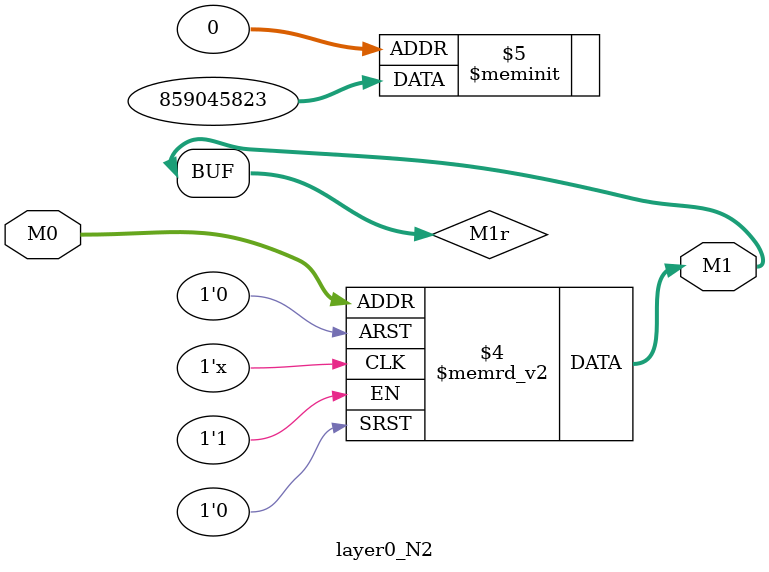
<source format=v>
module layer0_N2 ( input [3:0] M0, output [1:0] M1 );

	(*rom_style = "distributed" *) reg [1:0] M1r;
	assign M1 = M1r;
	always @ (M0) begin
		case (M0)
			4'b0000: M1r = 2'b11;
			4'b1000: M1r = 2'b11;
			4'b0100: M1r = 2'b11;
			4'b1100: M1r = 2'b11;
			4'b0010: M1r = 2'b11;
			4'b1010: M1r = 2'b11;
			4'b0110: M1r = 2'b11;
			4'b1110: M1r = 2'b11;
			4'b0001: M1r = 2'b11;
			4'b1001: M1r = 2'b00;
			4'b0101: M1r = 2'b11;
			4'b1101: M1r = 2'b00;
			4'b0011: M1r = 2'b10;
			4'b1011: M1r = 2'b00;
			4'b0111: M1r = 2'b11;
			4'b1111: M1r = 2'b00;

		endcase
	end
endmodule

</source>
